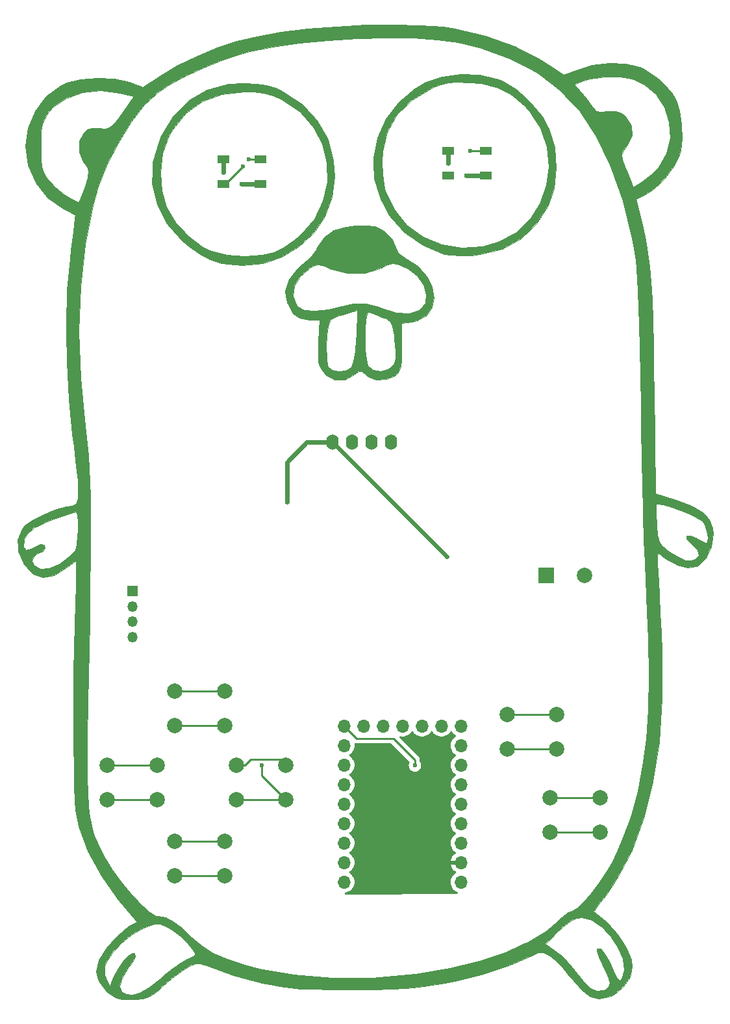
<source format=gbr>
G04 #@! TF.GenerationSoftware,KiCad,Pcbnew,8.0.5-8.0.5-0~ubuntu24.04.1*
G04 #@! TF.CreationDate,2024-10-08T07:55:42+09:00*
G04 #@! TF.ProjectId,gopher2_rp2040_sw,676f7068-6572-4325-9f72-70323034305f,rev?*
G04 #@! TF.SameCoordinates,Original*
G04 #@! TF.FileFunction,Copper,L1,Top*
G04 #@! TF.FilePolarity,Positive*
%FSLAX46Y46*%
G04 Gerber Fmt 4.6, Leading zero omitted, Abs format (unit mm)*
G04 Created by KiCad (PCBNEW 8.0.5-8.0.5-0~ubuntu24.04.1) date 2024-10-08 07:55:42*
%MOMM*%
%LPD*%
G01*
G04 APERTURE LIST*
G04 #@! TA.AperFunction,EtchedComponent*
%ADD10C,0.010000*%
G04 #@! TD*
G04 #@! TA.AperFunction,SMDPad,CuDef*
%ADD11R,1.500000X1.000000*%
G04 #@! TD*
G04 #@! TA.AperFunction,ComponentPad*
%ADD12O,1.700000X1.700000*%
G04 #@! TD*
G04 #@! TA.AperFunction,ComponentPad*
%ADD13O,1.600000X2.000000*%
G04 #@! TD*
G04 #@! TA.AperFunction,ComponentPad*
%ADD14C,2.000000*%
G04 #@! TD*
G04 #@! TA.AperFunction,ComponentPad*
%ADD15R,1.350000X1.350000*%
G04 #@! TD*
G04 #@! TA.AperFunction,ComponentPad*
%ADD16O,1.350000X1.350000*%
G04 #@! TD*
G04 #@! TA.AperFunction,ComponentPad*
%ADD17R,2.000000X2.000000*%
G04 #@! TD*
G04 #@! TA.AperFunction,ViaPad*
%ADD18C,0.600000*%
G04 #@! TD*
G04 #@! TA.AperFunction,Conductor*
%ADD19C,0.600000*%
G04 #@! TD*
G04 #@! TA.AperFunction,Conductor*
%ADD20C,0.250000*%
G04 #@! TD*
G04 #@! TA.AperFunction,Conductor*
%ADD21C,0.200000*%
G04 #@! TD*
G04 APERTURE END LIST*
D10*
X128711367Y-50278810D02*
X130924211Y-50762439D01*
X131658823Y-51058059D01*
X133578523Y-52244804D01*
X135407772Y-53874471D01*
X136928558Y-55726784D01*
X137791059Y-57253976D01*
X138507105Y-59706992D01*
X138706761Y-62399598D01*
X138393918Y-65067174D01*
X137643312Y-67300187D01*
X136115879Y-69688161D01*
X134084440Y-71576478D01*
X131623328Y-72916765D01*
X128806874Y-73660651D01*
X127693961Y-73774779D01*
X126247210Y-73809020D01*
X124936283Y-73747124D01*
X124141429Y-73623367D01*
X121326984Y-72478951D01*
X118903365Y-70753447D01*
X116954633Y-68519292D01*
X115805006Y-66439614D01*
X115018248Y-63779552D01*
X114926727Y-61647012D01*
X115977143Y-61647012D01*
X116041805Y-63162730D01*
X116209637Y-64571016D01*
X116397552Y-65402348D01*
X117562251Y-67831613D01*
X119246401Y-69832912D01*
X121344978Y-71358878D01*
X123752962Y-72362143D01*
X126365330Y-72795340D01*
X129077061Y-72611103D01*
X131112817Y-72039266D01*
X133418413Y-70802958D01*
X135257644Y-69087752D01*
X136608073Y-67005735D01*
X137447264Y-64668993D01*
X137752779Y-62189613D01*
X137502180Y-59679681D01*
X136673032Y-57251284D01*
X135242896Y-55016509D01*
X134652191Y-54358039D01*
X132953481Y-52890415D01*
X131125401Y-51935025D01*
X128960803Y-51403604D01*
X127353471Y-51248019D01*
X125749340Y-51191239D01*
X124588230Y-51266191D01*
X123592624Y-51515556D01*
X122485005Y-51982017D01*
X122438343Y-52003958D01*
X119898520Y-53535212D01*
X117980992Y-55434759D01*
X116696048Y-57687242D01*
X116053974Y-60277309D01*
X115977143Y-61647012D01*
X114926727Y-61647012D01*
X114902444Y-61081200D01*
X115416438Y-58450250D01*
X116519074Y-55992393D01*
X118169198Y-53813317D01*
X120325655Y-52018715D01*
X121729169Y-51225856D01*
X123845920Y-50515046D01*
X126262628Y-50197855D01*
X128711367Y-50278810D01*
G04 #@! TA.AperFunction,EtchedComponent*
G36*
X128711367Y-50278810D02*
G01*
X130924211Y-50762439D01*
X131658823Y-51058059D01*
X133578523Y-52244804D01*
X135407772Y-53874471D01*
X136928558Y-55726784D01*
X137791059Y-57253976D01*
X138507105Y-59706992D01*
X138706761Y-62399598D01*
X138393918Y-65067174D01*
X137643312Y-67300187D01*
X136115879Y-69688161D01*
X134084440Y-71576478D01*
X131623328Y-72916765D01*
X128806874Y-73660651D01*
X127693961Y-73774779D01*
X126247210Y-73809020D01*
X124936283Y-73747124D01*
X124141429Y-73623367D01*
X121326984Y-72478951D01*
X118903365Y-70753447D01*
X116954633Y-68519292D01*
X115805006Y-66439614D01*
X115018248Y-63779552D01*
X114926727Y-61647012D01*
X115977143Y-61647012D01*
X116041805Y-63162730D01*
X116209637Y-64571016D01*
X116397552Y-65402348D01*
X117562251Y-67831613D01*
X119246401Y-69832912D01*
X121344978Y-71358878D01*
X123752962Y-72362143D01*
X126365330Y-72795340D01*
X129077061Y-72611103D01*
X131112817Y-72039266D01*
X133418413Y-70802958D01*
X135257644Y-69087752D01*
X136608073Y-67005735D01*
X137447264Y-64668993D01*
X137752779Y-62189613D01*
X137502180Y-59679681D01*
X136673032Y-57251284D01*
X135242896Y-55016509D01*
X134652191Y-54358039D01*
X132953481Y-52890415D01*
X131125401Y-51935025D01*
X128960803Y-51403604D01*
X127353471Y-51248019D01*
X125749340Y-51191239D01*
X124588230Y-51266191D01*
X123592624Y-51515556D01*
X122485005Y-51982017D01*
X122438343Y-52003958D01*
X119898520Y-53535212D01*
X117980992Y-55434759D01*
X116696048Y-57687242D01*
X116053974Y-60277309D01*
X115977143Y-61647012D01*
X114926727Y-61647012D01*
X114902444Y-61081200D01*
X115416438Y-58450250D01*
X116519074Y-55992393D01*
X118169198Y-53813317D01*
X120325655Y-52018715D01*
X121729169Y-51225856D01*
X123845920Y-50515046D01*
X126262628Y-50197855D01*
X128711367Y-50278810D01*
G37*
G04 #@! TD.AperFunction*
X99691359Y-51412525D02*
X100950816Y-51600591D01*
X102103558Y-51990994D01*
X102988228Y-52407445D01*
X105558244Y-54071113D01*
X107544673Y-56161812D01*
X108923798Y-58641134D01*
X109671900Y-61470674D01*
X109808572Y-63451409D01*
X109473913Y-66198144D01*
X108530014Y-68685141D01*
X107066990Y-70852173D01*
X105174957Y-72639014D01*
X102944030Y-73985436D01*
X100464326Y-74831212D01*
X97825961Y-75116114D01*
X95119048Y-74779915D01*
X93589582Y-74291089D01*
X92269189Y-73612701D01*
X90824359Y-72638379D01*
X89888571Y-71864910D01*
X87946238Y-69616552D01*
X86663816Y-67118905D01*
X86056012Y-64447507D01*
X86100014Y-62952506D01*
X87107595Y-62952506D01*
X87270736Y-65358542D01*
X87888712Y-67485604D01*
X87947516Y-67613401D01*
X89152483Y-69535593D01*
X90789035Y-71295612D01*
X92630151Y-72672357D01*
X93684879Y-73201167D01*
X95736069Y-73741843D01*
X98093624Y-73923174D01*
X100424265Y-73738698D01*
X101940400Y-73361213D01*
X103152950Y-72770429D01*
X104512024Y-71866504D01*
X105402904Y-71131030D01*
X107170149Y-69041282D01*
X108318088Y-66699691D01*
X108861946Y-64216962D01*
X108816945Y-61703798D01*
X108198307Y-59270903D01*
X107021256Y-57028980D01*
X105301014Y-55088734D01*
X103052805Y-53560868D01*
X102981885Y-53524838D01*
X101730210Y-52961298D01*
X100581546Y-52643564D01*
X99229065Y-52507419D01*
X98017418Y-52485781D01*
X95081778Y-52800373D01*
X92532276Y-53740910D01*
X90385595Y-55297385D01*
X88658417Y-57459790D01*
X88124332Y-58420786D01*
X87393918Y-60546815D01*
X87107595Y-62952506D01*
X86100014Y-62952506D01*
X86137530Y-61677894D01*
X86923076Y-58885606D01*
X87228169Y-58199157D01*
X88831539Y-55590745D01*
X90846050Y-53596276D01*
X93254433Y-52226691D01*
X96039423Y-51492933D01*
X98017418Y-51362071D01*
X99691359Y-51412525D01*
G04 #@! TA.AperFunction,EtchedComponent*
G36*
X99691359Y-51412525D02*
G01*
X100950816Y-51600591D01*
X102103558Y-51990994D01*
X102988228Y-52407445D01*
X105558244Y-54071113D01*
X107544673Y-56161812D01*
X108923798Y-58641134D01*
X109671900Y-61470674D01*
X109808572Y-63451409D01*
X109473913Y-66198144D01*
X108530014Y-68685141D01*
X107066990Y-70852173D01*
X105174957Y-72639014D01*
X102944030Y-73985436D01*
X100464326Y-74831212D01*
X97825961Y-75116114D01*
X95119048Y-74779915D01*
X93589582Y-74291089D01*
X92269189Y-73612701D01*
X90824359Y-72638379D01*
X89888571Y-71864910D01*
X87946238Y-69616552D01*
X86663816Y-67118905D01*
X86056012Y-64447507D01*
X86100014Y-62952506D01*
X87107595Y-62952506D01*
X87270736Y-65358542D01*
X87888712Y-67485604D01*
X87947516Y-67613401D01*
X89152483Y-69535593D01*
X90789035Y-71295612D01*
X92630151Y-72672357D01*
X93684879Y-73201167D01*
X95736069Y-73741843D01*
X98093624Y-73923174D01*
X100424265Y-73738698D01*
X101940400Y-73361213D01*
X103152950Y-72770429D01*
X104512024Y-71866504D01*
X105402904Y-71131030D01*
X107170149Y-69041282D01*
X108318088Y-66699691D01*
X108861946Y-64216962D01*
X108816945Y-61703798D01*
X108198307Y-59270903D01*
X107021256Y-57028980D01*
X105301014Y-55088734D01*
X103052805Y-53560868D01*
X102981885Y-53524838D01*
X101730210Y-52961298D01*
X100581546Y-52643564D01*
X99229065Y-52507419D01*
X98017418Y-52485781D01*
X95081778Y-52800373D01*
X92532276Y-53740910D01*
X90385595Y-55297385D01*
X88658417Y-57459790D01*
X88124332Y-58420786D01*
X87393918Y-60546815D01*
X87107595Y-62952506D01*
X86100014Y-62952506D01*
X86137530Y-61677894D01*
X86923076Y-58885606D01*
X87228169Y-58199157D01*
X88831539Y-55590745D01*
X90846050Y-53596276D01*
X93254433Y-52226691D01*
X96039423Y-51492933D01*
X98017418Y-51362071D01*
X99691359Y-51412525D01*
G37*
G04 #@! TD.AperFunction*
X115022404Y-70000490D02*
X115814554Y-70329667D01*
X116340000Y-70667250D01*
X117377432Y-71672437D01*
X117724251Y-72561185D01*
X118104572Y-73486577D01*
X119027366Y-74151043D01*
X120638282Y-75199028D01*
X121806636Y-76479141D01*
X122519453Y-77874298D01*
X122763758Y-79267413D01*
X122526579Y-80541404D01*
X121794941Y-81579185D01*
X120555870Y-82263674D01*
X119942305Y-82407943D01*
X118517143Y-82642539D01*
X118517143Y-85748618D01*
X118497712Y-87305959D01*
X118413208Y-88296487D01*
X118224315Y-88899978D01*
X117891716Y-89296207D01*
X117710691Y-89436172D01*
X116556619Y-89919565D01*
X115265107Y-89960936D01*
X114149469Y-89568871D01*
X113858304Y-89330606D01*
X113343578Y-88876304D01*
X112923703Y-88907880D01*
X112366677Y-89330606D01*
X111130487Y-89951411D01*
X109823889Y-89949650D01*
X108672386Y-89344399D01*
X108345364Y-88990441D01*
X107941300Y-88371399D01*
X107723184Y-87691012D01*
X107655784Y-86730157D01*
X107690634Y-85671635D01*
X108728632Y-85671635D01*
X108758850Y-87056591D01*
X108879335Y-88088847D01*
X108940251Y-88306214D01*
X109440645Y-88740178D01*
X110313104Y-88891275D01*
X111258118Y-88759769D01*
X111976174Y-88345919D01*
X112012505Y-88303534D01*
X112271371Y-87617730D01*
X112486453Y-86339113D01*
X112622477Y-84746563D01*
X113786520Y-84746563D01*
X113832990Y-86109983D01*
X113948888Y-87286028D01*
X114136281Y-88088309D01*
X114175624Y-88174556D01*
X114826222Y-88730406D01*
X115795352Y-88888204D01*
X116779357Y-88634435D01*
X117221225Y-88310084D01*
X117567618Y-87834205D01*
X117740299Y-87192441D01*
X117753721Y-86210748D01*
X117622335Y-84715080D01*
X117563062Y-84193298D01*
X117388286Y-83048297D01*
X117103820Y-82404486D01*
X116552210Y-82017616D01*
X116024073Y-81805950D01*
X115046279Y-81444100D01*
X114331186Y-81176516D01*
X114253572Y-81146953D01*
X114043004Y-81395964D01*
X113893595Y-82203163D01*
X113807411Y-83382160D01*
X113786520Y-84746563D01*
X112622477Y-84746563D01*
X112633145Y-84621669D01*
X112648216Y-84325259D01*
X112805420Y-80940508D01*
X111941996Y-81192481D01*
X110880325Y-81477380D01*
X110118512Y-81661136D01*
X109325157Y-82081377D01*
X108939808Y-83003201D01*
X108939227Y-83006188D01*
X108788739Y-84224620D01*
X108728632Y-85671635D01*
X107690634Y-85671635D01*
X107703867Y-85269708D01*
X107714735Y-85068382D01*
X107874273Y-82173529D01*
X106546102Y-82173529D01*
X105200180Y-81899781D01*
X104434548Y-81315130D01*
X103589329Y-79918289D01*
X103486199Y-79047061D01*
X104387631Y-79047061D01*
X104825427Y-80194531D01*
X104966239Y-80369852D01*
X105870607Y-80884364D01*
X107275109Y-81043176D01*
X109039994Y-80843018D01*
X110385903Y-80496690D01*
X112280122Y-80048173D01*
X113892491Y-80044593D01*
X115531247Y-80496023D01*
X115977143Y-80679411D01*
X117859808Y-81266472D01*
X119534522Y-81351522D01*
X120850323Y-80929560D01*
X120976405Y-80844995D01*
X121638315Y-79976457D01*
X121751900Y-78852589D01*
X121374196Y-77630083D01*
X120562236Y-76465633D01*
X119373056Y-75515933D01*
X118957845Y-75299370D01*
X118036060Y-74904279D01*
X117383164Y-74810774D01*
X116664626Y-75030314D01*
X115886900Y-75404559D01*
X113789399Y-76063268D01*
X111533696Y-76115151D01*
X109388833Y-75557254D01*
X109212062Y-75477798D01*
X108256581Y-75063987D01*
X107641265Y-74970725D01*
X107052106Y-75195126D01*
X106623699Y-75453999D01*
X105332332Y-76541655D01*
X104571788Y-77784389D01*
X104387631Y-79047061D01*
X103486199Y-79047061D01*
X103410308Y-78405956D01*
X103874548Y-76896830D01*
X104959113Y-75509609D01*
X105666289Y-74940705D01*
X106659551Y-74049817D01*
X107459658Y-73006219D01*
X107567352Y-72808751D01*
X108488579Y-71426247D01*
X109708527Y-70533797D01*
X111371980Y-70048815D01*
X112632314Y-69919661D01*
X114051730Y-69881983D01*
X115022404Y-70000490D01*
G04 #@! TA.AperFunction,EtchedComponent*
G36*
X115022404Y-70000490D02*
G01*
X115814554Y-70329667D01*
X116340000Y-70667250D01*
X117377432Y-71672437D01*
X117724251Y-72561185D01*
X118104572Y-73486577D01*
X119027366Y-74151043D01*
X120638282Y-75199028D01*
X121806636Y-76479141D01*
X122519453Y-77874298D01*
X122763758Y-79267413D01*
X122526579Y-80541404D01*
X121794941Y-81579185D01*
X120555870Y-82263674D01*
X119942305Y-82407943D01*
X118517143Y-82642539D01*
X118517143Y-85748618D01*
X118497712Y-87305959D01*
X118413208Y-88296487D01*
X118224315Y-88899978D01*
X117891716Y-89296207D01*
X117710691Y-89436172D01*
X116556619Y-89919565D01*
X115265107Y-89960936D01*
X114149469Y-89568871D01*
X113858304Y-89330606D01*
X113343578Y-88876304D01*
X112923703Y-88907880D01*
X112366677Y-89330606D01*
X111130487Y-89951411D01*
X109823889Y-89949650D01*
X108672386Y-89344399D01*
X108345364Y-88990441D01*
X107941300Y-88371399D01*
X107723184Y-87691012D01*
X107655784Y-86730157D01*
X107690634Y-85671635D01*
X108728632Y-85671635D01*
X108758850Y-87056591D01*
X108879335Y-88088847D01*
X108940251Y-88306214D01*
X109440645Y-88740178D01*
X110313104Y-88891275D01*
X111258118Y-88759769D01*
X111976174Y-88345919D01*
X112012505Y-88303534D01*
X112271371Y-87617730D01*
X112486453Y-86339113D01*
X112622477Y-84746563D01*
X113786520Y-84746563D01*
X113832990Y-86109983D01*
X113948888Y-87286028D01*
X114136281Y-88088309D01*
X114175624Y-88174556D01*
X114826222Y-88730406D01*
X115795352Y-88888204D01*
X116779357Y-88634435D01*
X117221225Y-88310084D01*
X117567618Y-87834205D01*
X117740299Y-87192441D01*
X117753721Y-86210748D01*
X117622335Y-84715080D01*
X117563062Y-84193298D01*
X117388286Y-83048297D01*
X117103820Y-82404486D01*
X116552210Y-82017616D01*
X116024073Y-81805950D01*
X115046279Y-81444100D01*
X114331186Y-81176516D01*
X114253572Y-81146953D01*
X114043004Y-81395964D01*
X113893595Y-82203163D01*
X113807411Y-83382160D01*
X113786520Y-84746563D01*
X112622477Y-84746563D01*
X112633145Y-84621669D01*
X112648216Y-84325259D01*
X112805420Y-80940508D01*
X111941996Y-81192481D01*
X110880325Y-81477380D01*
X110118512Y-81661136D01*
X109325157Y-82081377D01*
X108939808Y-83003201D01*
X108939227Y-83006188D01*
X108788739Y-84224620D01*
X108728632Y-85671635D01*
X107690634Y-85671635D01*
X107703867Y-85269708D01*
X107714735Y-85068382D01*
X107874273Y-82173529D01*
X106546102Y-82173529D01*
X105200180Y-81899781D01*
X104434548Y-81315130D01*
X103589329Y-79918289D01*
X103486199Y-79047061D01*
X104387631Y-79047061D01*
X104825427Y-80194531D01*
X104966239Y-80369852D01*
X105870607Y-80884364D01*
X107275109Y-81043176D01*
X109039994Y-80843018D01*
X110385903Y-80496690D01*
X112280122Y-80048173D01*
X113892491Y-80044593D01*
X115531247Y-80496023D01*
X115977143Y-80679411D01*
X117859808Y-81266472D01*
X119534522Y-81351522D01*
X120850323Y-80929560D01*
X120976405Y-80844995D01*
X121638315Y-79976457D01*
X121751900Y-78852589D01*
X121374196Y-77630083D01*
X120562236Y-76465633D01*
X119373056Y-75515933D01*
X118957845Y-75299370D01*
X118036060Y-74904279D01*
X117383164Y-74810774D01*
X116664626Y-75030314D01*
X115886900Y-75404559D01*
X113789399Y-76063268D01*
X111533696Y-76115151D01*
X109388833Y-75557254D01*
X109212062Y-75477798D01*
X108256581Y-75063987D01*
X107641265Y-74970725D01*
X107052106Y-75195126D01*
X106623699Y-75453999D01*
X105332332Y-76541655D01*
X104571788Y-77784389D01*
X104387631Y-79047061D01*
X103486199Y-79047061D01*
X103410308Y-78405956D01*
X103874548Y-76896830D01*
X104959113Y-75509609D01*
X105666289Y-74940705D01*
X106659551Y-74049817D01*
X107459658Y-73006219D01*
X107567352Y-72808751D01*
X108488579Y-71426247D01*
X109708527Y-70533797D01*
X111371980Y-70048815D01*
X112632314Y-69919661D01*
X114051730Y-69881983D01*
X115022404Y-70000490D01*
G37*
G04 #@! TD.AperFunction*
X120969317Y-43794845D02*
X123930958Y-44027204D01*
X125454612Y-44248256D01*
X129451753Y-45198945D01*
X133227981Y-46543845D01*
X136602220Y-48211145D01*
X138450451Y-49402215D01*
X139696616Y-50299437D01*
X141534737Y-49551375D01*
X143463572Y-49004059D01*
X145613404Y-48773346D01*
X147731696Y-48858840D01*
X149565913Y-49260141D01*
X150271899Y-49565156D01*
X152182196Y-50895174D01*
X153719348Y-52562350D01*
X154340013Y-53573887D01*
X154782628Y-54934304D01*
X155042308Y-56704544D01*
X155098273Y-58566258D01*
X154929743Y-60201098D01*
X154804530Y-60690372D01*
X154038244Y-62239847D01*
X152819789Y-63808908D01*
X151371229Y-65140779D01*
X150431240Y-65747337D01*
X149094406Y-66449398D01*
X149598238Y-68428375D01*
X150016072Y-70149599D01*
X150361205Y-71790031D01*
X150641707Y-73448383D01*
X150865644Y-75223364D01*
X151041085Y-77213687D01*
X151176097Y-79518061D01*
X151278747Y-82235199D01*
X151357104Y-85463810D01*
X151419235Y-89302606D01*
X151440617Y-90970537D01*
X151608740Y-104810193D01*
X154317587Y-105675792D01*
X156389105Y-106443193D01*
X157820666Y-107249537D01*
X158697137Y-108170734D01*
X159103388Y-109282692D01*
X159157143Y-110004404D01*
X158908018Y-111738807D01*
X158227515Y-113193001D01*
X157215948Y-114172303D01*
X156936342Y-114314491D01*
X155831770Y-114438966D01*
X154475088Y-114097919D01*
X153111043Y-113370343D01*
X152498135Y-112882077D01*
X152189606Y-112627055D01*
X151998309Y-112617661D01*
X151908305Y-112964412D01*
X151903654Y-113777829D01*
X151968420Y-115168428D01*
X152024720Y-116164705D01*
X152126572Y-118055187D01*
X152243595Y-120409602D01*
X152362230Y-122945411D01*
X152468917Y-125380075D01*
X152481835Y-125689705D01*
X152515405Y-131549691D01*
X152128842Y-137096556D01*
X151336407Y-142269120D01*
X150152367Y-147006199D01*
X148590985Y-151246614D01*
X146666526Y-154929181D01*
X145164373Y-157075142D01*
X144371700Y-158105678D01*
X143818899Y-158880158D01*
X143611214Y-159250049D01*
X143615552Y-159261020D01*
X145277867Y-160564246D01*
X146725601Y-162155651D01*
X147839569Y-163863938D01*
X148500583Y-165517811D01*
X148630881Y-166469134D01*
X148305436Y-167810769D01*
X147434260Y-169071610D01*
X146186400Y-170041654D01*
X145516786Y-170337754D01*
X144301938Y-170558635D01*
X143184747Y-170293813D01*
X142046233Y-169480470D01*
X140767415Y-168055782D01*
X140469860Y-167672990D01*
X139489867Y-166498464D01*
X138515176Y-165509211D01*
X137749726Y-164911331D01*
X137722244Y-164896278D01*
X136974178Y-164569405D01*
X136339936Y-164580930D01*
X135477594Y-164951521D01*
X135301178Y-165042615D01*
X132525868Y-166268400D01*
X129193242Y-167367320D01*
X125468035Y-168287444D01*
X124220301Y-168535577D01*
X122487074Y-168836373D01*
X120849457Y-169058003D01*
X119143067Y-169211808D01*
X117203516Y-169309128D01*
X114866421Y-169361306D01*
X111985715Y-169379651D01*
X109268729Y-169375569D01*
X107131274Y-169345906D01*
X105427306Y-169279800D01*
X104010782Y-169166392D01*
X102735658Y-168994823D01*
X101455892Y-168754233D01*
X100383101Y-168516881D01*
X98506343Y-168043587D01*
X96613071Y-167497621D01*
X94990352Y-166964527D01*
X94329891Y-166713052D01*
X93103607Y-166227294D01*
X92306183Y-166009622D01*
X91697232Y-166039214D01*
X91036364Y-166295246D01*
X90803339Y-166407578D01*
X89879382Y-166974583D01*
X88686147Y-167860565D01*
X87491864Y-168865084D01*
X86403888Y-169812624D01*
X85603005Y-170361313D01*
X84843601Y-170619629D01*
X83880064Y-170696048D01*
X83337259Y-170700000D01*
X82033810Y-170645889D01*
X81160781Y-170419433D01*
X80426659Y-169924446D01*
X80113443Y-169636297D01*
X79076153Y-168325670D01*
X78839149Y-167405465D01*
X79847599Y-167405465D01*
X80067724Y-168111140D01*
X80505726Y-168953627D01*
X80951185Y-167865784D01*
X81508792Y-166782811D01*
X82213464Y-165778567D01*
X82928263Y-165008043D01*
X83516248Y-164626231D01*
X83775351Y-164669331D01*
X83793682Y-165200888D01*
X83255254Y-166140814D01*
X83010647Y-166466750D01*
X82100641Y-167864580D01*
X81781894Y-168948085D01*
X82058888Y-169679679D01*
X82594286Y-169958188D01*
X83489763Y-170055379D01*
X84434544Y-169808214D01*
X85563335Y-169152687D01*
X87010838Y-168024789D01*
X87451384Y-167650250D01*
X88644811Y-166685612D01*
X89759929Y-165890635D01*
X90581380Y-165417153D01*
X90667858Y-165382560D01*
X91376025Y-165052907D01*
X91650610Y-164780371D01*
X91358236Y-164198684D01*
X90653472Y-163369526D01*
X89720688Y-162470539D01*
X88744250Y-161679365D01*
X87908529Y-161173645D01*
X87906315Y-161172691D01*
X87071273Y-160861436D01*
X86394534Y-160815358D01*
X85573226Y-161056086D01*
X84773604Y-161396415D01*
X83419442Y-162190994D01*
X82063410Y-163307340D01*
X80888768Y-164561011D01*
X80078774Y-165767561D01*
X79854299Y-166347543D01*
X79847599Y-167405465D01*
X78839149Y-167405465D01*
X78737384Y-167010351D01*
X79075390Y-165594292D01*
X79158238Y-165417436D01*
X80087123Y-163936840D01*
X81322519Y-162506936D01*
X82617790Y-161399289D01*
X83049782Y-161132513D01*
X84049564Y-160593471D01*
X81656939Y-157709235D01*
X79386157Y-154581966D01*
X77643722Y-151347485D01*
X76489920Y-148132018D01*
X76071514Y-146014361D01*
X75967376Y-144752315D01*
X75884156Y-142860756D01*
X75822108Y-140456926D01*
X75781485Y-137658068D01*
X75762539Y-134581424D01*
X75765522Y-131344238D01*
X75790688Y-128063751D01*
X75838290Y-124857207D01*
X75908580Y-121841848D01*
X76001811Y-119134916D01*
X76012993Y-118872170D01*
X76087807Y-116975898D01*
X76136418Y-115377721D01*
X76155937Y-114209841D01*
X76143475Y-113604461D01*
X76129361Y-113549376D01*
X75796968Y-113753392D01*
X75108865Y-114261379D01*
X74859361Y-114454741D01*
X73240426Y-115449173D01*
X71815254Y-115729488D01*
X70557750Y-115293518D01*
X69441820Y-114139098D01*
X69345494Y-113996941D01*
X68577333Y-112345731D01*
X68541837Y-111774251D01*
X69274805Y-111774251D01*
X69579135Y-112200595D01*
X70271591Y-112007640D01*
X70459405Y-111889414D01*
X71430026Y-111376966D01*
X71959122Y-111450523D01*
X72071429Y-111869117D01*
X71803804Y-112364854D01*
X71571573Y-112429411D01*
X70935656Y-112692932D01*
X70620000Y-112989705D01*
X70351204Y-113587555D01*
X70620000Y-114110294D01*
X71464198Y-114615173D01*
X72630168Y-114543309D01*
X74002021Y-113913876D01*
X74673935Y-113439536D01*
X75511244Y-112750681D01*
X75990107Y-112169534D01*
X76223206Y-111445207D01*
X76323223Y-110326814D01*
X76351579Y-109704242D01*
X76361562Y-108447472D01*
X76285005Y-107548625D01*
X76138449Y-107200058D01*
X76136242Y-107200000D01*
X75542635Y-107330361D01*
X74504376Y-107666081D01*
X73246265Y-108124112D01*
X71993105Y-108621404D01*
X70969695Y-109074910D01*
X70721601Y-109200326D01*
X69848197Y-109917303D01*
X69381415Y-110752667D01*
X69274805Y-111774251D01*
X68541837Y-111774251D01*
X68480899Y-110793181D01*
X69054458Y-109420776D01*
X69452695Y-108958532D01*
X70400398Y-108276979D01*
X71792573Y-107562753D01*
X73361885Y-106928715D01*
X74840993Y-106487725D01*
X75608926Y-106359589D01*
X75976735Y-106257005D01*
X76232677Y-105965493D01*
X76376964Y-105401089D01*
X76409804Y-104479833D01*
X76331408Y-103117761D01*
X76141986Y-101230910D01*
X75841748Y-98735318D01*
X75632101Y-97093300D01*
X75159978Y-92485163D01*
X74891445Y-87678142D01*
X74839220Y-83735108D01*
X76475149Y-83735108D01*
X76666616Y-89728033D01*
X77190326Y-95127809D01*
X77389979Y-96738139D01*
X77558266Y-98282259D01*
X77696338Y-99831128D01*
X77805346Y-101455705D01*
X77886439Y-103226948D01*
X77940769Y-105215816D01*
X77969487Y-107493269D01*
X77973743Y-110130263D01*
X77954687Y-113197759D01*
X77913470Y-116766715D01*
X77851243Y-120908090D01*
X77769156Y-125692842D01*
X77725260Y-128117647D01*
X77648449Y-132444401D01*
X77594226Y-136098824D01*
X77569349Y-139155468D01*
X77580578Y-141688882D01*
X77634672Y-143773618D01*
X77738390Y-145484226D01*
X77898491Y-146895256D01*
X78121734Y-148081259D01*
X78414879Y-149116787D01*
X78784684Y-150076388D01*
X79237909Y-151034615D01*
X79781312Y-152066017D01*
X79919675Y-152321270D01*
X80860570Y-153853509D01*
X82014232Y-155433848D01*
X83268800Y-156940218D01*
X84512414Y-158250549D01*
X85633212Y-159242771D01*
X86519334Y-159794816D01*
X86834950Y-159867647D01*
X87784139Y-160001439D01*
X88755521Y-160463671D01*
X89897677Y-161345628D01*
X91121429Y-162501086D01*
X92464153Y-163665857D01*
X93985803Y-164619921D01*
X95836287Y-165433493D01*
X98165513Y-166176792D01*
X99973003Y-166647149D01*
X104497730Y-167473445D01*
X109487487Y-167872480D01*
X114809191Y-167840081D01*
X120329756Y-167372073D01*
X120875715Y-167302713D01*
X124913218Y-166623448D01*
X128680863Y-165692975D01*
X132080386Y-164547397D01*
X134388270Y-163505178D01*
X137327821Y-163505178D01*
X138536053Y-164275704D01*
X139421108Y-165002846D01*
X140448025Y-166078047D01*
X141149102Y-166946137D01*
X142282198Y-168367824D01*
X143196549Y-169208647D01*
X144018912Y-169544707D01*
X144876039Y-169452106D01*
X145157466Y-169352683D01*
X145580058Y-169067894D01*
X145681025Y-168576316D01*
X145443274Y-167737516D01*
X144849716Y-166411056D01*
X144782510Y-166271736D01*
X144308261Y-165188340D01*
X144050760Y-164387603D01*
X144048027Y-164090756D01*
X144484576Y-164083444D01*
X145069636Y-164707016D01*
X145737416Y-165878613D01*
X146088905Y-166661087D01*
X146593828Y-167744046D01*
X146951367Y-168180120D01*
X147211689Y-168050061D01*
X147561175Y-166836591D01*
X147377260Y-165406832D01*
X146763145Y-163903169D01*
X145822030Y-162467985D01*
X144657114Y-161243664D01*
X143371599Y-160372592D01*
X142068685Y-159997152D01*
X141410898Y-160046779D01*
X140612582Y-160434175D01*
X139599596Y-161197284D01*
X138868436Y-161889236D01*
X137327821Y-163505178D01*
X134388270Y-163505178D01*
X135013527Y-163222818D01*
X137382022Y-161755342D01*
X138475934Y-160836029D01*
X139457873Y-159961745D01*
X140293144Y-159343782D01*
X140783687Y-159120588D01*
X141366083Y-158826151D01*
X142221507Y-158032297D01*
X143238510Y-156873213D01*
X144305645Y-155483083D01*
X145311462Y-153996094D01*
X145971242Y-152874678D01*
X146664981Y-151432684D01*
X147433864Y-149575168D01*
X148156028Y-147605610D01*
X148462290Y-146671144D01*
X149315833Y-143559717D01*
X149968931Y-140292769D01*
X150427991Y-136776134D01*
X150699422Y-132915645D01*
X150789629Y-128617135D01*
X150705021Y-123786438D01*
X150452005Y-118329387D01*
X150423649Y-117845588D01*
X150338453Y-116134548D01*
X150246186Y-113787041D01*
X150149974Y-110913584D01*
X150052944Y-107624695D01*
X150024615Y-106549836D01*
X151687245Y-106549836D01*
X151717444Y-107495607D01*
X151800889Y-108781966D01*
X151804666Y-108830339D01*
X151928295Y-110189507D01*
X152112255Y-111036831D01*
X152474956Y-111605128D01*
X153134807Y-112127216D01*
X153656917Y-112472251D01*
X154813859Y-113176251D01*
X155618268Y-113490458D01*
X156295789Y-113476578D01*
X156768895Y-113323271D01*
X157288216Y-112858247D01*
X157153454Y-112189766D01*
X156381953Y-111397866D01*
X156345664Y-111370422D01*
X155694515Y-110718892D01*
X155677591Y-110329055D01*
X156218234Y-110312333D01*
X156887753Y-110582485D01*
X157681516Y-110990828D01*
X158159286Y-111234583D01*
X158411618Y-111107159D01*
X158455244Y-110513339D01*
X158325565Y-109690256D01*
X158057986Y-108875042D01*
X157727597Y-108343113D01*
X157166964Y-107978420D01*
X156182469Y-107516019D01*
X154968942Y-107027118D01*
X153721215Y-106582922D01*
X152634119Y-106254639D01*
X151902484Y-106113476D01*
X151716887Y-106146320D01*
X151687245Y-106549836D01*
X150024615Y-106549836D01*
X149958223Y-104030891D01*
X149868939Y-100242691D01*
X149788218Y-96370612D01*
X149736696Y-93566176D01*
X149661839Y-89360128D01*
X149592331Y-85824522D01*
X149524331Y-82882800D01*
X149453997Y-80458404D01*
X149377488Y-78474777D01*
X149290962Y-76855361D01*
X149190578Y-75523599D01*
X149072494Y-74402933D01*
X148932869Y-73416806D01*
X148767861Y-72488660D01*
X148649609Y-71901470D01*
X147369263Y-66706801D01*
X145811869Y-62176843D01*
X143942579Y-58272084D01*
X141726545Y-54953009D01*
X139128921Y-52180104D01*
X138251551Y-51520416D01*
X141027600Y-51520416D01*
X141972158Y-52559472D01*
X142764881Y-53497733D01*
X143418956Y-54378319D01*
X143457247Y-54436748D01*
X143930351Y-54974939D01*
X144566071Y-55133205D01*
X145424239Y-55040157D01*
X146495846Y-54966864D01*
X147259246Y-55258075D01*
X147742493Y-55667785D01*
X148485338Y-56830329D01*
X148549800Y-58139622D01*
X147930063Y-59461783D01*
X147908572Y-59490160D01*
X147447845Y-60127277D01*
X147250384Y-60643732D01*
X147319442Y-61268555D01*
X147658272Y-62230780D01*
X147958147Y-62980220D01*
X148733436Y-64905761D01*
X149949697Y-64167043D01*
X151048566Y-63342943D01*
X152034814Y-62364905D01*
X152067721Y-62325120D01*
X153115382Y-60515584D01*
X153563636Y-58515368D01*
X153455712Y-56469135D01*
X152834840Y-54521547D01*
X151744248Y-52817266D01*
X150227167Y-51500956D01*
X148621132Y-50791418D01*
X146966195Y-50539934D01*
X145021385Y-50547392D01*
X143146927Y-50795695D01*
X142018800Y-51123105D01*
X141027600Y-51520416D01*
X138251551Y-51520416D01*
X136114859Y-49913855D01*
X132649512Y-48114749D01*
X128698033Y-46743272D01*
X125864287Y-46064838D01*
X123252890Y-45685720D01*
X120097381Y-45474552D01*
X116558756Y-45422527D01*
X112798012Y-45520835D01*
X108976145Y-45760671D01*
X105254150Y-46133225D01*
X101793024Y-46629689D01*
X98753764Y-47241257D01*
X97308203Y-47627102D01*
X94976390Y-48420592D01*
X92530179Y-49420208D01*
X90179990Y-50527530D01*
X88136245Y-51644140D01*
X86740202Y-52570043D01*
X85033267Y-54183280D01*
X83314024Y-56374637D01*
X81675342Y-58983060D01*
X80210091Y-61847498D01*
X79011141Y-64806900D01*
X78279063Y-67243090D01*
X77287863Y-72326404D01*
X76684394Y-77879154D01*
X76475149Y-83735108D01*
X74839220Y-83735108D01*
X74827958Y-82884847D01*
X74970973Y-78317886D01*
X75321947Y-74189868D01*
X75467543Y-73072113D01*
X75703534Y-71349756D01*
X75880784Y-69922864D01*
X75982334Y-68938322D01*
X75991224Y-68543017D01*
X75990529Y-68542291D01*
X75630161Y-68330987D01*
X74842364Y-67907488D01*
X74378274Y-67664679D01*
X72407565Y-66242765D01*
X70880723Y-64324325D01*
X69890976Y-62064959D01*
X69531549Y-59620266D01*
X69531429Y-59575000D01*
X71527143Y-59575000D01*
X71551155Y-61147245D01*
X71658888Y-62205680D01*
X71903884Y-62982904D01*
X72339689Y-63711518D01*
X72544476Y-63994408D01*
X73353069Y-64869577D01*
X74411886Y-65747579D01*
X75485490Y-66456740D01*
X76338440Y-66825386D01*
X76450163Y-66842315D01*
X76660130Y-66526525D01*
X76992341Y-65691665D01*
X77287364Y-64797129D01*
X77629311Y-63619783D01*
X77736212Y-62898026D01*
X77598419Y-62377334D01*
X77206287Y-61803184D01*
X77172201Y-61758520D01*
X76524151Y-60380767D01*
X76556843Y-58939378D01*
X77019705Y-57934419D01*
X77538117Y-57370429D01*
X78223675Y-57179065D01*
X79106134Y-57229005D01*
X79903409Y-57287332D01*
X80472778Y-57162684D01*
X80999186Y-56733323D01*
X81667582Y-55877507D01*
X82115143Y-55248345D01*
X83631714Y-53100117D01*
X81815923Y-52651704D01*
X79311895Y-52320175D01*
X76934199Y-52546284D01*
X74818715Y-53292705D01*
X73101325Y-54522110D01*
X72504518Y-55209518D01*
X72008844Y-55956607D01*
X71715333Y-56694162D01*
X71572451Y-57652360D01*
X71528664Y-59061381D01*
X71527143Y-59575000D01*
X69531429Y-59575000D01*
X69863329Y-57195128D01*
X70792211Y-54985681D01*
X72217847Y-53101577D01*
X74040007Y-51697730D01*
X74890232Y-51292246D01*
X76705770Y-50828594D01*
X78876828Y-50656340D01*
X81090353Y-50776316D01*
X83033295Y-51189355D01*
X83264133Y-51269961D01*
X84841123Y-51854984D01*
X86994283Y-50422399D01*
X89221328Y-49117225D01*
X91904702Y-47823756D01*
X94782352Y-46659621D01*
X97108572Y-45882438D01*
X99698242Y-45252816D01*
X102835745Y-44717815D01*
X106356182Y-44286940D01*
X110094656Y-43969700D01*
X113886269Y-43775599D01*
X117566122Y-43714145D01*
X120969317Y-43794845D01*
G04 #@! TA.AperFunction,EtchedComponent*
G36*
X120969317Y-43794845D02*
G01*
X123930958Y-44027204D01*
X125454612Y-44248256D01*
X129451753Y-45198945D01*
X133227981Y-46543845D01*
X136602220Y-48211145D01*
X138450451Y-49402215D01*
X139696616Y-50299437D01*
X141534737Y-49551375D01*
X143463572Y-49004059D01*
X145613404Y-48773346D01*
X147731696Y-48858840D01*
X149565913Y-49260141D01*
X150271899Y-49565156D01*
X152182196Y-50895174D01*
X153719348Y-52562350D01*
X154340013Y-53573887D01*
X154782628Y-54934304D01*
X155042308Y-56704544D01*
X155098273Y-58566258D01*
X154929743Y-60201098D01*
X154804530Y-60690372D01*
X154038244Y-62239847D01*
X152819789Y-63808908D01*
X151371229Y-65140779D01*
X150431240Y-65747337D01*
X149094406Y-66449398D01*
X149598238Y-68428375D01*
X150016072Y-70149599D01*
X150361205Y-71790031D01*
X150641707Y-73448383D01*
X150865644Y-75223364D01*
X151041085Y-77213687D01*
X151176097Y-79518061D01*
X151278747Y-82235199D01*
X151357104Y-85463810D01*
X151419235Y-89302606D01*
X151440617Y-90970537D01*
X151608740Y-104810193D01*
X154317587Y-105675792D01*
X156389105Y-106443193D01*
X157820666Y-107249537D01*
X158697137Y-108170734D01*
X159103388Y-109282692D01*
X159157143Y-110004404D01*
X158908018Y-111738807D01*
X158227515Y-113193001D01*
X157215948Y-114172303D01*
X156936342Y-114314491D01*
X155831770Y-114438966D01*
X154475088Y-114097919D01*
X153111043Y-113370343D01*
X152498135Y-112882077D01*
X152189606Y-112627055D01*
X151998309Y-112617661D01*
X151908305Y-112964412D01*
X151903654Y-113777829D01*
X151968420Y-115168428D01*
X152024720Y-116164705D01*
X152126572Y-118055187D01*
X152243595Y-120409602D01*
X152362230Y-122945411D01*
X152468917Y-125380075D01*
X152481835Y-125689705D01*
X152515405Y-131549691D01*
X152128842Y-137096556D01*
X151336407Y-142269120D01*
X150152367Y-147006199D01*
X148590985Y-151246614D01*
X146666526Y-154929181D01*
X145164373Y-157075142D01*
X144371700Y-158105678D01*
X143818899Y-158880158D01*
X143611214Y-159250049D01*
X143615552Y-159261020D01*
X145277867Y-160564246D01*
X146725601Y-162155651D01*
X147839569Y-163863938D01*
X148500583Y-165517811D01*
X148630881Y-166469134D01*
X148305436Y-167810769D01*
X147434260Y-169071610D01*
X146186400Y-170041654D01*
X145516786Y-170337754D01*
X144301938Y-170558635D01*
X143184747Y-170293813D01*
X142046233Y-169480470D01*
X140767415Y-168055782D01*
X140469860Y-167672990D01*
X139489867Y-166498464D01*
X138515176Y-165509211D01*
X137749726Y-164911331D01*
X137722244Y-164896278D01*
X136974178Y-164569405D01*
X136339936Y-164580930D01*
X135477594Y-164951521D01*
X135301178Y-165042615D01*
X132525868Y-166268400D01*
X129193242Y-167367320D01*
X125468035Y-168287444D01*
X124220301Y-168535577D01*
X122487074Y-168836373D01*
X120849457Y-169058003D01*
X119143067Y-169211808D01*
X117203516Y-169309128D01*
X114866421Y-169361306D01*
X111985715Y-169379651D01*
X109268729Y-169375569D01*
X107131274Y-169345906D01*
X105427306Y-169279800D01*
X104010782Y-169166392D01*
X102735658Y-168994823D01*
X101455892Y-168754233D01*
X100383101Y-168516881D01*
X98506343Y-168043587D01*
X96613071Y-167497621D01*
X94990352Y-166964527D01*
X94329891Y-166713052D01*
X93103607Y-166227294D01*
X92306183Y-166009622D01*
X91697232Y-166039214D01*
X91036364Y-166295246D01*
X90803339Y-166407578D01*
X89879382Y-166974583D01*
X88686147Y-167860565D01*
X87491864Y-168865084D01*
X86403888Y-169812624D01*
X85603005Y-170361313D01*
X84843601Y-170619629D01*
X83880064Y-170696048D01*
X83337259Y-170700000D01*
X82033810Y-170645889D01*
X81160781Y-170419433D01*
X80426659Y-169924446D01*
X80113443Y-169636297D01*
X79076153Y-168325670D01*
X78839149Y-167405465D01*
X79847599Y-167405465D01*
X80067724Y-168111140D01*
X80505726Y-168953627D01*
X80951185Y-167865784D01*
X81508792Y-166782811D01*
X82213464Y-165778567D01*
X82928263Y-165008043D01*
X83516248Y-164626231D01*
X83775351Y-164669331D01*
X83793682Y-165200888D01*
X83255254Y-166140814D01*
X83010647Y-166466750D01*
X82100641Y-167864580D01*
X81781894Y-168948085D01*
X82058888Y-169679679D01*
X82594286Y-169958188D01*
X83489763Y-170055379D01*
X84434544Y-169808214D01*
X85563335Y-169152687D01*
X87010838Y-168024789D01*
X87451384Y-167650250D01*
X88644811Y-166685612D01*
X89759929Y-165890635D01*
X90581380Y-165417153D01*
X90667858Y-165382560D01*
X91376025Y-165052907D01*
X91650610Y-164780371D01*
X91358236Y-164198684D01*
X90653472Y-163369526D01*
X89720688Y-162470539D01*
X88744250Y-161679365D01*
X87908529Y-161173645D01*
X87906315Y-161172691D01*
X87071273Y-160861436D01*
X86394534Y-160815358D01*
X85573226Y-161056086D01*
X84773604Y-161396415D01*
X83419442Y-162190994D01*
X82063410Y-163307340D01*
X80888768Y-164561011D01*
X80078774Y-165767561D01*
X79854299Y-166347543D01*
X79847599Y-167405465D01*
X78839149Y-167405465D01*
X78737384Y-167010351D01*
X79075390Y-165594292D01*
X79158238Y-165417436D01*
X80087123Y-163936840D01*
X81322519Y-162506936D01*
X82617790Y-161399289D01*
X83049782Y-161132513D01*
X84049564Y-160593471D01*
X81656939Y-157709235D01*
X79386157Y-154581966D01*
X77643722Y-151347485D01*
X76489920Y-148132018D01*
X76071514Y-146014361D01*
X75967376Y-144752315D01*
X75884156Y-142860756D01*
X75822108Y-140456926D01*
X75781485Y-137658068D01*
X75762539Y-134581424D01*
X75765522Y-131344238D01*
X75790688Y-128063751D01*
X75838290Y-124857207D01*
X75908580Y-121841848D01*
X76001811Y-119134916D01*
X76012993Y-118872170D01*
X76087807Y-116975898D01*
X76136418Y-115377721D01*
X76155937Y-114209841D01*
X76143475Y-113604461D01*
X76129361Y-113549376D01*
X75796968Y-113753392D01*
X75108865Y-114261379D01*
X74859361Y-114454741D01*
X73240426Y-115449173D01*
X71815254Y-115729488D01*
X70557750Y-115293518D01*
X69441820Y-114139098D01*
X69345494Y-113996941D01*
X68577333Y-112345731D01*
X68541837Y-111774251D01*
X69274805Y-111774251D01*
X69579135Y-112200595D01*
X70271591Y-112007640D01*
X70459405Y-111889414D01*
X71430026Y-111376966D01*
X71959122Y-111450523D01*
X72071429Y-111869117D01*
X71803804Y-112364854D01*
X71571573Y-112429411D01*
X70935656Y-112692932D01*
X70620000Y-112989705D01*
X70351204Y-113587555D01*
X70620000Y-114110294D01*
X71464198Y-114615173D01*
X72630168Y-114543309D01*
X74002021Y-113913876D01*
X74673935Y-113439536D01*
X75511244Y-112750681D01*
X75990107Y-112169534D01*
X76223206Y-111445207D01*
X76323223Y-110326814D01*
X76351579Y-109704242D01*
X76361562Y-108447472D01*
X76285005Y-107548625D01*
X76138449Y-107200058D01*
X76136242Y-107200000D01*
X75542635Y-107330361D01*
X74504376Y-107666081D01*
X73246265Y-108124112D01*
X71993105Y-108621404D01*
X70969695Y-109074910D01*
X70721601Y-109200326D01*
X69848197Y-109917303D01*
X69381415Y-110752667D01*
X69274805Y-111774251D01*
X68541837Y-111774251D01*
X68480899Y-110793181D01*
X69054458Y-109420776D01*
X69452695Y-108958532D01*
X70400398Y-108276979D01*
X71792573Y-107562753D01*
X73361885Y-106928715D01*
X74840993Y-106487725D01*
X75608926Y-106359589D01*
X75976735Y-106257005D01*
X76232677Y-105965493D01*
X76376964Y-105401089D01*
X76409804Y-104479833D01*
X76331408Y-103117761D01*
X76141986Y-101230910D01*
X75841748Y-98735318D01*
X75632101Y-97093300D01*
X75159978Y-92485163D01*
X74891445Y-87678142D01*
X74839220Y-83735108D01*
X76475149Y-83735108D01*
X76666616Y-89728033D01*
X77190326Y-95127809D01*
X77389979Y-96738139D01*
X77558266Y-98282259D01*
X77696338Y-99831128D01*
X77805346Y-101455705D01*
X77886439Y-103226948D01*
X77940769Y-105215816D01*
X77969487Y-107493269D01*
X77973743Y-110130263D01*
X77954687Y-113197759D01*
X77913470Y-116766715D01*
X77851243Y-120908090D01*
X77769156Y-125692842D01*
X77725260Y-128117647D01*
X77648449Y-132444401D01*
X77594226Y-136098824D01*
X77569349Y-139155468D01*
X77580578Y-141688882D01*
X77634672Y-143773618D01*
X77738390Y-145484226D01*
X77898491Y-146895256D01*
X78121734Y-148081259D01*
X78414879Y-149116787D01*
X78784684Y-150076388D01*
X79237909Y-151034615D01*
X79781312Y-152066017D01*
X79919675Y-152321270D01*
X80860570Y-153853509D01*
X82014232Y-155433848D01*
X83268800Y-156940218D01*
X84512414Y-158250549D01*
X85633212Y-159242771D01*
X86519334Y-159794816D01*
X86834950Y-159867647D01*
X87784139Y-160001439D01*
X88755521Y-160463671D01*
X89897677Y-161345628D01*
X91121429Y-162501086D01*
X92464153Y-163665857D01*
X93985803Y-164619921D01*
X95836287Y-165433493D01*
X98165513Y-166176792D01*
X99973003Y-166647149D01*
X104497730Y-167473445D01*
X109487487Y-167872480D01*
X114809191Y-167840081D01*
X120329756Y-167372073D01*
X120875715Y-167302713D01*
X124913218Y-166623448D01*
X128680863Y-165692975D01*
X132080386Y-164547397D01*
X134388270Y-163505178D01*
X137327821Y-163505178D01*
X138536053Y-164275704D01*
X139421108Y-165002846D01*
X140448025Y-166078047D01*
X141149102Y-166946137D01*
X142282198Y-168367824D01*
X143196549Y-169208647D01*
X144018912Y-169544707D01*
X144876039Y-169452106D01*
X145157466Y-169352683D01*
X145580058Y-169067894D01*
X145681025Y-168576316D01*
X145443274Y-167737516D01*
X144849716Y-166411056D01*
X144782510Y-166271736D01*
X144308261Y-165188340D01*
X144050760Y-164387603D01*
X144048027Y-164090756D01*
X144484576Y-164083444D01*
X145069636Y-164707016D01*
X145737416Y-165878613D01*
X146088905Y-166661087D01*
X146593828Y-167744046D01*
X146951367Y-168180120D01*
X147211689Y-168050061D01*
X147561175Y-166836591D01*
X147377260Y-165406832D01*
X146763145Y-163903169D01*
X145822030Y-162467985D01*
X144657114Y-161243664D01*
X143371599Y-160372592D01*
X142068685Y-159997152D01*
X141410898Y-160046779D01*
X140612582Y-160434175D01*
X139599596Y-161197284D01*
X138868436Y-161889236D01*
X137327821Y-163505178D01*
X134388270Y-163505178D01*
X135013527Y-163222818D01*
X137382022Y-161755342D01*
X138475934Y-160836029D01*
X139457873Y-159961745D01*
X140293144Y-159343782D01*
X140783687Y-159120588D01*
X141366083Y-158826151D01*
X142221507Y-158032297D01*
X143238510Y-156873213D01*
X144305645Y-155483083D01*
X145311462Y-153996094D01*
X145971242Y-152874678D01*
X146664981Y-151432684D01*
X147433864Y-149575168D01*
X148156028Y-147605610D01*
X148462290Y-146671144D01*
X149315833Y-143559717D01*
X149968931Y-140292769D01*
X150427991Y-136776134D01*
X150699422Y-132915645D01*
X150789629Y-128617135D01*
X150705021Y-123786438D01*
X150452005Y-118329387D01*
X150423649Y-117845588D01*
X150338453Y-116134548D01*
X150246186Y-113787041D01*
X150149974Y-110913584D01*
X150052944Y-107624695D01*
X150024615Y-106549836D01*
X151687245Y-106549836D01*
X151717444Y-107495607D01*
X151800889Y-108781966D01*
X151804666Y-108830339D01*
X151928295Y-110189507D01*
X152112255Y-111036831D01*
X152474956Y-111605128D01*
X153134807Y-112127216D01*
X153656917Y-112472251D01*
X154813859Y-113176251D01*
X155618268Y-113490458D01*
X156295789Y-113476578D01*
X156768895Y-113323271D01*
X157288216Y-112858247D01*
X157153454Y-112189766D01*
X156381953Y-111397866D01*
X156345664Y-111370422D01*
X155694515Y-110718892D01*
X155677591Y-110329055D01*
X156218234Y-110312333D01*
X156887753Y-110582485D01*
X157681516Y-110990828D01*
X158159286Y-111234583D01*
X158411618Y-111107159D01*
X158455244Y-110513339D01*
X158325565Y-109690256D01*
X158057986Y-108875042D01*
X157727597Y-108343113D01*
X157166964Y-107978420D01*
X156182469Y-107516019D01*
X154968942Y-107027118D01*
X153721215Y-106582922D01*
X152634119Y-106254639D01*
X151902484Y-106113476D01*
X151716887Y-106146320D01*
X151687245Y-106549836D01*
X150024615Y-106549836D01*
X149958223Y-104030891D01*
X149868939Y-100242691D01*
X149788218Y-96370612D01*
X149736696Y-93566176D01*
X149661839Y-89360128D01*
X149592331Y-85824522D01*
X149524331Y-82882800D01*
X149453997Y-80458404D01*
X149377488Y-78474777D01*
X149290962Y-76855361D01*
X149190578Y-75523599D01*
X149072494Y-74402933D01*
X148932869Y-73416806D01*
X148767861Y-72488660D01*
X148649609Y-71901470D01*
X147369263Y-66706801D01*
X145811869Y-62176843D01*
X143942579Y-58272084D01*
X141726545Y-54953009D01*
X139128921Y-52180104D01*
X138251551Y-51520416D01*
X141027600Y-51520416D01*
X141972158Y-52559472D01*
X142764881Y-53497733D01*
X143418956Y-54378319D01*
X143457247Y-54436748D01*
X143930351Y-54974939D01*
X144566071Y-55133205D01*
X145424239Y-55040157D01*
X146495846Y-54966864D01*
X147259246Y-55258075D01*
X147742493Y-55667785D01*
X148485338Y-56830329D01*
X148549800Y-58139622D01*
X147930063Y-59461783D01*
X147908572Y-59490160D01*
X147447845Y-60127277D01*
X147250384Y-60643732D01*
X147319442Y-61268555D01*
X147658272Y-62230780D01*
X147958147Y-62980220D01*
X148733436Y-64905761D01*
X149949697Y-64167043D01*
X151048566Y-63342943D01*
X152034814Y-62364905D01*
X152067721Y-62325120D01*
X153115382Y-60515584D01*
X153563636Y-58515368D01*
X153455712Y-56469135D01*
X152834840Y-54521547D01*
X151744248Y-52817266D01*
X150227167Y-51500956D01*
X148621132Y-50791418D01*
X146966195Y-50539934D01*
X145021385Y-50547392D01*
X143146927Y-50795695D01*
X142018800Y-51123105D01*
X141027600Y-51520416D01*
X138251551Y-51520416D01*
X136114859Y-49913855D01*
X132649512Y-48114749D01*
X128698033Y-46743272D01*
X125864287Y-46064838D01*
X123252890Y-45685720D01*
X120097381Y-45474552D01*
X116558756Y-45422527D01*
X112798012Y-45520835D01*
X108976145Y-45760671D01*
X105254150Y-46133225D01*
X101793024Y-46629689D01*
X98753764Y-47241257D01*
X97308203Y-47627102D01*
X94976390Y-48420592D01*
X92530179Y-49420208D01*
X90179990Y-50527530D01*
X88136245Y-51644140D01*
X86740202Y-52570043D01*
X85033267Y-54183280D01*
X83314024Y-56374637D01*
X81675342Y-58983060D01*
X80210091Y-61847498D01*
X79011141Y-64806900D01*
X78279063Y-67243090D01*
X77287863Y-72326404D01*
X76684394Y-77879154D01*
X76475149Y-83735108D01*
X74839220Y-83735108D01*
X74827958Y-82884847D01*
X74970973Y-78317886D01*
X75321947Y-74189868D01*
X75467543Y-73072113D01*
X75703534Y-71349756D01*
X75880784Y-69922864D01*
X75982334Y-68938322D01*
X75991224Y-68543017D01*
X75990529Y-68542291D01*
X75630161Y-68330987D01*
X74842364Y-67907488D01*
X74378274Y-67664679D01*
X72407565Y-66242765D01*
X70880723Y-64324325D01*
X69890976Y-62064959D01*
X69531549Y-59620266D01*
X69531429Y-59575000D01*
X71527143Y-59575000D01*
X71551155Y-61147245D01*
X71658888Y-62205680D01*
X71903884Y-62982904D01*
X72339689Y-63711518D01*
X72544476Y-63994408D01*
X73353069Y-64869577D01*
X74411886Y-65747579D01*
X75485490Y-66456740D01*
X76338440Y-66825386D01*
X76450163Y-66842315D01*
X76660130Y-66526525D01*
X76992341Y-65691665D01*
X77287364Y-64797129D01*
X77629311Y-63619783D01*
X77736212Y-62898026D01*
X77598419Y-62377334D01*
X77206287Y-61803184D01*
X77172201Y-61758520D01*
X76524151Y-60380767D01*
X76556843Y-58939378D01*
X77019705Y-57934419D01*
X77538117Y-57370429D01*
X78223675Y-57179065D01*
X79106134Y-57229005D01*
X79903409Y-57287332D01*
X80472778Y-57162684D01*
X80999186Y-56733323D01*
X81667582Y-55877507D01*
X82115143Y-55248345D01*
X83631714Y-53100117D01*
X81815923Y-52651704D01*
X79311895Y-52320175D01*
X76934199Y-52546284D01*
X74818715Y-53292705D01*
X73101325Y-54522110D01*
X72504518Y-55209518D01*
X72008844Y-55956607D01*
X71715333Y-56694162D01*
X71572451Y-57652360D01*
X71528664Y-59061381D01*
X71527143Y-59575000D01*
X69531429Y-59575000D01*
X69863329Y-57195128D01*
X70792211Y-54985681D01*
X72217847Y-53101577D01*
X74040007Y-51697730D01*
X74890232Y-51292246D01*
X76705770Y-50828594D01*
X78876828Y-50656340D01*
X81090353Y-50776316D01*
X83033295Y-51189355D01*
X83264133Y-51269961D01*
X84841123Y-51854984D01*
X86994283Y-50422399D01*
X89221328Y-49117225D01*
X91904702Y-47823756D01*
X94782352Y-46659621D01*
X97108572Y-45882438D01*
X99698242Y-45252816D01*
X102835745Y-44717815D01*
X106356182Y-44286940D01*
X110094656Y-43969700D01*
X113886269Y-43775599D01*
X117566122Y-43714145D01*
X120969317Y-43794845D01*
G37*
G04 #@! TD.AperFunction*
D11*
X95300000Y-61300000D03*
X95300000Y-64500000D03*
X100200000Y-64500000D03*
X100200000Y-61300000D03*
X124600000Y-60200000D03*
X124600000Y-63400000D03*
X129500000Y-63400000D03*
X129500000Y-60200000D03*
D12*
X111060000Y-155400000D03*
X111060000Y-152860000D03*
X111060000Y-150320000D03*
X111060000Y-147780000D03*
X111060000Y-145240000D03*
X111060000Y-142700000D03*
X111060000Y-140160000D03*
X111060000Y-137620000D03*
X111060000Y-135080000D03*
X113600000Y-135080000D03*
X116140000Y-135080000D03*
X118680000Y-135080000D03*
X121220000Y-135080000D03*
X123760000Y-135080000D03*
X126300000Y-135080000D03*
X126300000Y-137620000D03*
X126300000Y-140160000D03*
X126300000Y-142700000D03*
X126300000Y-145240000D03*
X126300000Y-147780000D03*
X126300000Y-150320000D03*
X126300000Y-152860000D03*
X126300000Y-155400000D03*
D13*
X109580000Y-98100000D03*
X112120000Y-98100000D03*
X114660000Y-98100000D03*
X117200000Y-98100000D03*
D14*
X132300000Y-133600000D03*
X138800000Y-133600000D03*
X132300000Y-138100000D03*
X138800000Y-138100000D03*
X80200000Y-140200000D03*
X86700000Y-140200000D03*
X80200000Y-144700000D03*
X86700000Y-144700000D03*
X89000000Y-150100000D03*
X95500000Y-150100000D03*
X89000000Y-154600000D03*
X95500000Y-154600000D03*
D15*
X83500000Y-117500000D03*
D16*
X83500000Y-119500000D03*
X83500000Y-121500000D03*
X83500000Y-123500000D03*
D14*
X89000000Y-130500000D03*
X95500000Y-130500000D03*
X89000000Y-135000000D03*
X95500000Y-135000000D03*
X97000000Y-140200000D03*
X103500000Y-140200000D03*
X97000000Y-144700000D03*
X103500000Y-144700000D03*
X137900000Y-144400000D03*
X144400000Y-144400000D03*
X137900000Y-148900000D03*
X144400000Y-148900000D03*
D17*
X137400000Y-115500000D03*
D14*
X142400000Y-115500000D03*
D18*
X103600000Y-105900000D03*
X124500000Y-113000000D03*
X127000000Y-63400000D03*
X121600000Y-152900000D03*
X113200000Y-156300000D03*
X97700000Y-64500000D03*
X100300000Y-140200000D03*
X124600000Y-61800000D03*
X95300000Y-63000000D03*
X98600000Y-61300000D03*
X97900000Y-62200000D03*
X127500000Y-60200000D03*
X120300000Y-140200000D03*
D19*
X97700000Y-64500000D02*
X100200000Y-64500000D01*
D20*
X100300000Y-141500000D02*
X103500000Y-144700000D01*
X89000000Y-135000000D02*
X95500000Y-135000000D01*
D19*
X103600000Y-105900000D02*
X103600000Y-100700000D01*
D20*
X132300000Y-133600000D02*
X138800000Y-133600000D01*
X100300000Y-140200000D02*
X100300000Y-141500000D01*
X121640000Y-152860000D02*
X126300000Y-152860000D01*
D19*
X109580000Y-98100000D02*
X124480000Y-113000000D01*
D20*
X121600000Y-152900000D02*
X116600000Y-152900000D01*
X116600000Y-152900000D02*
X113200000Y-156300000D01*
X121600000Y-152900000D02*
X121640000Y-152860000D01*
D19*
X106200000Y-98100000D02*
X109580000Y-98100000D01*
X124480000Y-113000000D02*
X124500000Y-113000000D01*
X103600000Y-100700000D02*
X106200000Y-98100000D01*
D20*
X89000000Y-154600000D02*
X95500000Y-154600000D01*
X97000000Y-144700000D02*
X103500000Y-144700000D01*
X137900000Y-144400000D02*
X144400000Y-144400000D01*
X80200000Y-144700000D02*
X86700000Y-144700000D01*
D19*
X127000000Y-63400000D02*
X129500000Y-63400000D01*
X124600000Y-61800000D02*
X124600000Y-60200000D01*
X95300000Y-63000000D02*
X95300000Y-61300000D01*
D20*
X98600000Y-61300000D02*
X100200000Y-61300000D01*
X95600000Y-64500000D02*
X97900000Y-62200000D01*
X127500000Y-60200000D02*
X129500000Y-60200000D01*
D21*
X95300000Y-64500000D02*
X95600000Y-64500000D01*
D20*
X112680000Y-136700000D02*
X111060000Y-135080000D01*
X117500000Y-136700000D02*
X112680000Y-136700000D01*
X120300000Y-140200000D02*
X120300000Y-139500000D01*
X120300000Y-139500000D02*
X117500000Y-136700000D01*
X89000000Y-130500000D02*
X95500000Y-130500000D01*
X80200000Y-140200000D02*
X86700000Y-140200000D01*
X89000000Y-150100000D02*
X95500000Y-150100000D01*
X97000000Y-140200000D02*
X98100000Y-140200000D01*
X102700000Y-139400000D02*
X103500000Y-140200000D01*
X98900000Y-139400000D02*
X102700000Y-139400000D01*
X98100000Y-140200000D02*
X98900000Y-139400000D01*
X132300000Y-138100000D02*
X138800000Y-138100000D01*
X137900000Y-148900000D02*
X144400000Y-148900000D01*
G04 #@! TA.AperFunction,Conductor*
G36*
X125111905Y-135753515D02*
G01*
X125133804Y-135778787D01*
X125224278Y-135917268D01*
X125224283Y-135917273D01*
X125224284Y-135917276D01*
X125376756Y-136082902D01*
X125376761Y-136082907D01*
X125435981Y-136129000D01*
X125554424Y-136221189D01*
X125554429Y-136221191D01*
X125554431Y-136221193D01*
X125590930Y-136240946D01*
X125640520Y-136290165D01*
X125655628Y-136358382D01*
X125631457Y-136423937D01*
X125590930Y-136459054D01*
X125554431Y-136478806D01*
X125554422Y-136478812D01*
X125376761Y-136617092D01*
X125376756Y-136617097D01*
X125224284Y-136782723D01*
X125224276Y-136782734D01*
X125101140Y-136971207D01*
X125010703Y-137177385D01*
X124955436Y-137395628D01*
X124955434Y-137395640D01*
X124936844Y-137619994D01*
X124936844Y-137620005D01*
X124955434Y-137844359D01*
X124955436Y-137844371D01*
X125010703Y-138062614D01*
X125101140Y-138268792D01*
X125224276Y-138457265D01*
X125224284Y-138457276D01*
X125376756Y-138622902D01*
X125376760Y-138622906D01*
X125554424Y-138761189D01*
X125554429Y-138761191D01*
X125554431Y-138761193D01*
X125590930Y-138780946D01*
X125640520Y-138830165D01*
X125655628Y-138898382D01*
X125631457Y-138963937D01*
X125590930Y-138999054D01*
X125554431Y-139018806D01*
X125554422Y-139018812D01*
X125376761Y-139157092D01*
X125376756Y-139157097D01*
X125224284Y-139322723D01*
X125224276Y-139322734D01*
X125101140Y-139511207D01*
X125010703Y-139717385D01*
X124955436Y-139935628D01*
X124955434Y-139935640D01*
X124936844Y-140159994D01*
X124936844Y-140160005D01*
X124955434Y-140384359D01*
X124955436Y-140384371D01*
X125010703Y-140602614D01*
X125101140Y-140808792D01*
X125224276Y-140997265D01*
X125224284Y-140997276D01*
X125376756Y-141162902D01*
X125376760Y-141162906D01*
X125554424Y-141301189D01*
X125554429Y-141301191D01*
X125554431Y-141301193D01*
X125590930Y-141320946D01*
X125640520Y-141370165D01*
X125655628Y-141438382D01*
X125631457Y-141503937D01*
X125590930Y-141539054D01*
X125554431Y-141558806D01*
X125554422Y-141558812D01*
X125376761Y-141697092D01*
X125376756Y-141697097D01*
X125224284Y-141862723D01*
X125224276Y-141862734D01*
X125101140Y-142051207D01*
X125010703Y-142257385D01*
X124955436Y-142475628D01*
X124955434Y-142475640D01*
X124936844Y-142699994D01*
X124936844Y-142700005D01*
X124955434Y-142924359D01*
X124955436Y-142924371D01*
X125010703Y-143142614D01*
X125101140Y-143348792D01*
X125224276Y-143537265D01*
X125224284Y-143537276D01*
X125376756Y-143702902D01*
X125376760Y-143702906D01*
X125554424Y-143841189D01*
X125554429Y-143841191D01*
X125554431Y-143841193D01*
X125590930Y-143860946D01*
X125640520Y-143910165D01*
X125655628Y-143978382D01*
X125631457Y-144043937D01*
X125590930Y-144079054D01*
X125554431Y-144098806D01*
X125554422Y-144098812D01*
X125376761Y-144237092D01*
X125376756Y-144237097D01*
X125224284Y-144402723D01*
X125224276Y-144402734D01*
X125101140Y-144591207D01*
X125010703Y-144797385D01*
X124955436Y-145015628D01*
X124955434Y-145015640D01*
X124936844Y-145239994D01*
X124936844Y-145240005D01*
X124955434Y-145464359D01*
X124955436Y-145464371D01*
X125010703Y-145682614D01*
X125101140Y-145888792D01*
X125224276Y-146077265D01*
X125224284Y-146077276D01*
X125376756Y-146242902D01*
X125376760Y-146242906D01*
X125554424Y-146381189D01*
X125554429Y-146381191D01*
X125554431Y-146381193D01*
X125590930Y-146400946D01*
X125640520Y-146450165D01*
X125655628Y-146518382D01*
X125631457Y-146583937D01*
X125590930Y-146619054D01*
X125554431Y-146638806D01*
X125554422Y-146638812D01*
X125376761Y-146777092D01*
X125376756Y-146777097D01*
X125224284Y-146942723D01*
X125224276Y-146942734D01*
X125101140Y-147131207D01*
X125010703Y-147337385D01*
X124955436Y-147555628D01*
X124955434Y-147555640D01*
X124936844Y-147779994D01*
X124936844Y-147780005D01*
X124955434Y-148004359D01*
X124955436Y-148004371D01*
X125010703Y-148222614D01*
X125101140Y-148428792D01*
X125224276Y-148617265D01*
X125224284Y-148617276D01*
X125376756Y-148782902D01*
X125376760Y-148782906D01*
X125554424Y-148921189D01*
X125554429Y-148921191D01*
X125554431Y-148921193D01*
X125590930Y-148940946D01*
X125640520Y-148990165D01*
X125655628Y-149058382D01*
X125631457Y-149123937D01*
X125590930Y-149159054D01*
X125554431Y-149178806D01*
X125554422Y-149178812D01*
X125376761Y-149317092D01*
X125376756Y-149317097D01*
X125224284Y-149482723D01*
X125224276Y-149482734D01*
X125101140Y-149671207D01*
X125010703Y-149877385D01*
X124955436Y-150095628D01*
X124955434Y-150095640D01*
X124936844Y-150319994D01*
X124936844Y-150320005D01*
X124955434Y-150544359D01*
X124955436Y-150544371D01*
X125010703Y-150762614D01*
X125101140Y-150968792D01*
X125224276Y-151157265D01*
X125224284Y-151157276D01*
X125376756Y-151322902D01*
X125376760Y-151322906D01*
X125554424Y-151461189D01*
X125590930Y-151480945D01*
X125597695Y-151484606D01*
X125647286Y-151533825D01*
X125662394Y-151602042D01*
X125638224Y-151667597D01*
X125609802Y-151695236D01*
X125428922Y-151821890D01*
X125428920Y-151821891D01*
X125261891Y-151988920D01*
X125261886Y-151988926D01*
X125126400Y-152182420D01*
X125126399Y-152182422D01*
X125026570Y-152396507D01*
X125026567Y-152396513D01*
X124969364Y-152609999D01*
X124969364Y-152610000D01*
X125866988Y-152610000D01*
X125834075Y-152667007D01*
X125800000Y-152794174D01*
X125800000Y-152925826D01*
X125834075Y-153052993D01*
X125866988Y-153110000D01*
X124969364Y-153110000D01*
X125026567Y-153323486D01*
X125026570Y-153323492D01*
X125126399Y-153537578D01*
X125261894Y-153731082D01*
X125428917Y-153898105D01*
X125609802Y-154024763D01*
X125653427Y-154079340D01*
X125660619Y-154148839D01*
X125629097Y-154211193D01*
X125597697Y-154235392D01*
X125554427Y-154258809D01*
X125554422Y-154258812D01*
X125376761Y-154397092D01*
X125376756Y-154397097D01*
X125224284Y-154562723D01*
X125224276Y-154562734D01*
X125101140Y-154751207D01*
X125010703Y-154957385D01*
X124955436Y-155175628D01*
X124955434Y-155175640D01*
X124936844Y-155399994D01*
X124936844Y-155400005D01*
X124955434Y-155624359D01*
X124955436Y-155624371D01*
X125010703Y-155842614D01*
X125101140Y-156048792D01*
X125224276Y-156237265D01*
X125224284Y-156237276D01*
X125376756Y-156402902D01*
X125376760Y-156402906D01*
X125554424Y-156541189D01*
X125554425Y-156541189D01*
X125554427Y-156541191D01*
X125654751Y-156595483D01*
X125752426Y-156648342D01*
X125796504Y-156663474D01*
X125813821Y-156669419D01*
X125870837Y-156709804D01*
X125896968Y-156774603D01*
X125883917Y-156843243D01*
X125835828Y-156893931D01*
X125774248Y-156910698D01*
X111274907Y-156991250D01*
X111207759Y-156971938D01*
X111161712Y-156919389D01*
X111151384Y-156850287D01*
X111180055Y-156786571D01*
X111238623Y-156748471D01*
X111253800Y-156744944D01*
X111394635Y-156721444D01*
X111607574Y-156648342D01*
X111805576Y-156541189D01*
X111983240Y-156402906D01*
X112135722Y-156237268D01*
X112258860Y-156048791D01*
X112349296Y-155842616D01*
X112404564Y-155624368D01*
X112423156Y-155400000D01*
X112404564Y-155175632D01*
X112349296Y-154957384D01*
X112258860Y-154751209D01*
X112249106Y-154736280D01*
X112135723Y-154562734D01*
X112135715Y-154562723D01*
X111983243Y-154397097D01*
X111983238Y-154397092D01*
X111805577Y-154258812D01*
X111805578Y-154258812D01*
X111805576Y-154258811D01*
X111769070Y-154239055D01*
X111719479Y-154189836D01*
X111704371Y-154121619D01*
X111728541Y-154056064D01*
X111769070Y-154020945D01*
X111769084Y-154020936D01*
X111805576Y-154001189D01*
X111983240Y-153862906D01*
X112135722Y-153697268D01*
X112258860Y-153508791D01*
X112349296Y-153302616D01*
X112404564Y-153084368D01*
X112412715Y-152986000D01*
X112423156Y-152860005D01*
X112423156Y-152859994D01*
X112404565Y-152635640D01*
X112404563Y-152635628D01*
X112349296Y-152417385D01*
X112340138Y-152396507D01*
X112258860Y-152211209D01*
X112255580Y-152206189D01*
X112135723Y-152022734D01*
X112135715Y-152022723D01*
X111983243Y-151857097D01*
X111983238Y-151857092D01*
X111805577Y-151718812D01*
X111805578Y-151718812D01*
X111805576Y-151718811D01*
X111769070Y-151699055D01*
X111719479Y-151649836D01*
X111704371Y-151581619D01*
X111728541Y-151516064D01*
X111769070Y-151480945D01*
X111769084Y-151480936D01*
X111805576Y-151461189D01*
X111983240Y-151322906D01*
X112135722Y-151157268D01*
X112258860Y-150968791D01*
X112349296Y-150762616D01*
X112404564Y-150544368D01*
X112423156Y-150320000D01*
X112404564Y-150095632D01*
X112349296Y-149877384D01*
X112258860Y-149671209D01*
X112249106Y-149656280D01*
X112135723Y-149482734D01*
X112135715Y-149482723D01*
X111983243Y-149317097D01*
X111983238Y-149317092D01*
X111805577Y-149178812D01*
X111805578Y-149178812D01*
X111805576Y-149178811D01*
X111769070Y-149159055D01*
X111719479Y-149109836D01*
X111704371Y-149041619D01*
X111728541Y-148976064D01*
X111769070Y-148940945D01*
X111769084Y-148940936D01*
X111805576Y-148921189D01*
X111983240Y-148782906D01*
X112135722Y-148617268D01*
X112258860Y-148428791D01*
X112349296Y-148222616D01*
X112404564Y-148004368D01*
X112404565Y-148004359D01*
X112423156Y-147780005D01*
X112423156Y-147779994D01*
X112404565Y-147555640D01*
X112404563Y-147555628D01*
X112349296Y-147337385D01*
X112258859Y-147131207D01*
X112135723Y-146942734D01*
X112135715Y-146942723D01*
X111983243Y-146777097D01*
X111983238Y-146777092D01*
X111805577Y-146638812D01*
X111805578Y-146638812D01*
X111805576Y-146638811D01*
X111769070Y-146619055D01*
X111719479Y-146569836D01*
X111704371Y-146501619D01*
X111728541Y-146436064D01*
X111769070Y-146400945D01*
X111769084Y-146400936D01*
X111805576Y-146381189D01*
X111983240Y-146242906D01*
X112135722Y-146077268D01*
X112258860Y-145888791D01*
X112349296Y-145682616D01*
X112404564Y-145464368D01*
X112423156Y-145240000D01*
X112404564Y-145015632D01*
X112349296Y-144797384D01*
X112258860Y-144591209D01*
X112249106Y-144576280D01*
X112135723Y-144402734D01*
X112135715Y-144402723D01*
X111983243Y-144237097D01*
X111983238Y-144237092D01*
X111805577Y-144098812D01*
X111805578Y-144098812D01*
X111805576Y-144098811D01*
X111769070Y-144079055D01*
X111719479Y-144029836D01*
X111704371Y-143961619D01*
X111728541Y-143896064D01*
X111769070Y-143860945D01*
X111769084Y-143860936D01*
X111805576Y-143841189D01*
X111983240Y-143702906D01*
X112135722Y-143537268D01*
X112258860Y-143348791D01*
X112349296Y-143142616D01*
X112404564Y-142924368D01*
X112423156Y-142700000D01*
X112404564Y-142475632D01*
X112349296Y-142257384D01*
X112258860Y-142051209D01*
X112249106Y-142036280D01*
X112135723Y-141862734D01*
X112135715Y-141862723D01*
X111983243Y-141697097D01*
X111983238Y-141697092D01*
X111805577Y-141558812D01*
X111805578Y-141558812D01*
X111805576Y-141558811D01*
X111769070Y-141539055D01*
X111719479Y-141489836D01*
X111704371Y-141421619D01*
X111728541Y-141356064D01*
X111769070Y-141320945D01*
X111769084Y-141320936D01*
X111805576Y-141301189D01*
X111983240Y-141162906D01*
X112082614Y-141054957D01*
X112135715Y-140997276D01*
X112135717Y-140997273D01*
X112135722Y-140997268D01*
X112258860Y-140808791D01*
X112349296Y-140602616D01*
X112404564Y-140384368D01*
X112404839Y-140381047D01*
X112423156Y-140160005D01*
X112423156Y-140159994D01*
X112404565Y-139935640D01*
X112404563Y-139935628D01*
X112349296Y-139717385D01*
X112337331Y-139690108D01*
X112258860Y-139511209D01*
X112249106Y-139496280D01*
X112135723Y-139322734D01*
X112135715Y-139322723D01*
X111983243Y-139157097D01*
X111983238Y-139157092D01*
X111805577Y-139018812D01*
X111805578Y-139018812D01*
X111805576Y-139018811D01*
X111769070Y-138999055D01*
X111719479Y-138949836D01*
X111704371Y-138881619D01*
X111728541Y-138816064D01*
X111769070Y-138780945D01*
X111769084Y-138780936D01*
X111805576Y-138761189D01*
X111983240Y-138622906D01*
X112135722Y-138457268D01*
X112258860Y-138268791D01*
X112349296Y-138062616D01*
X112404564Y-137844368D01*
X112423156Y-137620000D01*
X112409345Y-137453324D01*
X112423426Y-137384888D01*
X112472271Y-137334929D01*
X112540372Y-137319308D01*
X112557109Y-137321466D01*
X112617604Y-137333499D01*
X112617605Y-137333500D01*
X112617606Y-137333500D01*
X117186234Y-137333500D01*
X117253273Y-137353185D01*
X117273915Y-137369819D01*
X119568082Y-139663986D01*
X119601567Y-139725309D01*
X119596583Y-139795001D01*
X119585397Y-139817635D01*
X119566958Y-139846982D01*
X119506782Y-140018953D01*
X119506781Y-140018958D01*
X119486384Y-140199996D01*
X119486384Y-140200003D01*
X119506781Y-140381041D01*
X119506782Y-140381046D01*
X119547949Y-140498693D01*
X119566957Y-140553015D01*
X119663889Y-140707281D01*
X119792719Y-140836111D01*
X119946985Y-140933043D01*
X120118953Y-140993217D01*
X120118958Y-140993218D01*
X120299996Y-141013616D01*
X120300000Y-141013616D01*
X120300004Y-141013616D01*
X120481041Y-140993218D01*
X120481044Y-140993217D01*
X120481047Y-140993217D01*
X120653015Y-140933043D01*
X120807281Y-140836111D01*
X120936111Y-140707281D01*
X121033043Y-140553015D01*
X121093217Y-140381047D01*
X121113616Y-140200000D01*
X121109109Y-140160000D01*
X121093218Y-140018958D01*
X121093217Y-140018953D01*
X121033043Y-139846985D01*
X120952506Y-139718811D01*
X120933500Y-139652839D01*
X120933500Y-139437605D01*
X120933499Y-139437601D01*
X120914352Y-139341343D01*
X120909155Y-139315215D01*
X120861400Y-139199925D01*
X120861399Y-139199924D01*
X120861396Y-139199918D01*
X120792072Y-139096168D01*
X120792071Y-139096167D01*
X120703833Y-139007929D01*
X119540263Y-137844359D01*
X118321372Y-136625467D01*
X118287887Y-136564144D01*
X118292871Y-136494452D01*
X118334743Y-136438519D01*
X118400207Y-136414102D01*
X118429459Y-136415476D01*
X118567431Y-136438500D01*
X118567432Y-136438500D01*
X118792569Y-136438500D01*
X119014635Y-136401444D01*
X119227574Y-136328342D01*
X119425576Y-136221189D01*
X119603240Y-136082906D01*
X119755722Y-135917268D01*
X119846193Y-135778790D01*
X119899338Y-135733437D01*
X119968569Y-135724013D01*
X120031905Y-135753515D01*
X120053804Y-135778787D01*
X120144278Y-135917268D01*
X120144283Y-135917273D01*
X120144284Y-135917276D01*
X120296756Y-136082902D01*
X120296761Y-136082907D01*
X120355981Y-136129000D01*
X120474424Y-136221189D01*
X120474425Y-136221189D01*
X120474427Y-136221191D01*
X120575824Y-136276064D01*
X120672426Y-136328342D01*
X120885365Y-136401444D01*
X121107431Y-136438500D01*
X121332569Y-136438500D01*
X121554635Y-136401444D01*
X121767574Y-136328342D01*
X121965576Y-136221189D01*
X122143240Y-136082906D01*
X122295722Y-135917268D01*
X122386193Y-135778790D01*
X122439338Y-135733437D01*
X122508569Y-135724013D01*
X122571905Y-135753515D01*
X122593804Y-135778787D01*
X122684278Y-135917268D01*
X122684283Y-135917273D01*
X122684284Y-135917276D01*
X122836756Y-136082902D01*
X122836761Y-136082907D01*
X122895981Y-136129000D01*
X123014424Y-136221189D01*
X123014425Y-136221189D01*
X123014427Y-136221191D01*
X123115824Y-136276064D01*
X123212426Y-136328342D01*
X123425365Y-136401444D01*
X123647431Y-136438500D01*
X123872569Y-136438500D01*
X124094635Y-136401444D01*
X124307574Y-136328342D01*
X124505576Y-136221189D01*
X124683240Y-136082906D01*
X124835722Y-135917268D01*
X124926193Y-135778790D01*
X124979338Y-135733437D01*
X125048569Y-135724013D01*
X125111905Y-135753515D01*
G37*
G04 #@! TD.AperFunction*
M02*

</source>
